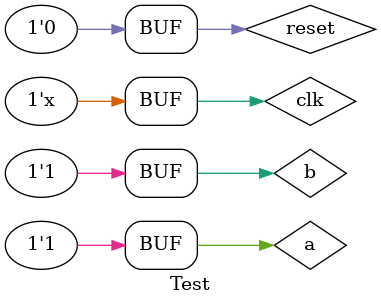
<source format=v>
`timescale 1ns / 1ps


module Test;

	// Inputs
	reg clk;
	reg reset;
	reg a;
	reg b;

	// Outputs
	wire y0;
	wire yl;

	// Instantiate the Unit Under Test (UUT)
	fsm_eg_mult_seg uut (
		.clk(clk), 
		.reset(reset), 
		.a(a), 
		.b(b), 
		.y0(y0), 
		.yl(yl)
	);

	initial begin
		// Initialize Inputs
		a = 1;
		b = 1;
		clk = 0;
		reset = 1;
		#20 reset = 0; 
	end
      always begin
		#10 clk = ~clk;
      end		
endmodule


</source>
